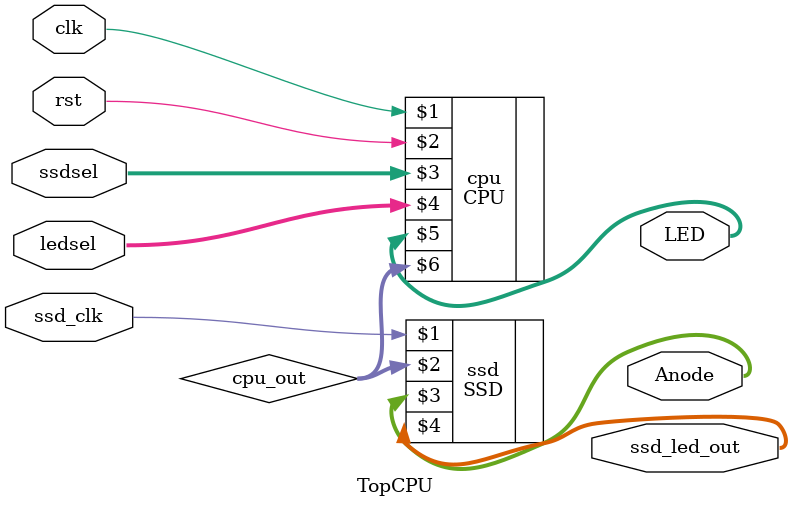
<source format=v>
`timescale 1ns / 1ps

module TopCPU(
    input clk, 
    input rst, 
    input [1:0] ledsel, 
    input [3:0] ssdsel, 
    input ssd_clk, 
    output [15:0] LED, 
    output [6:0] ssd_led_out,
    output [3:0] Anode
);

   wire [12:0] cpu_out; 
  
  CPU cpu (clk,rst,ssdsel,ledsel, LED, cpu_out); 

  SSD ssd (ssd_clk, cpu_out, Anode,ssd_led_out);
  
endmodule

</source>
